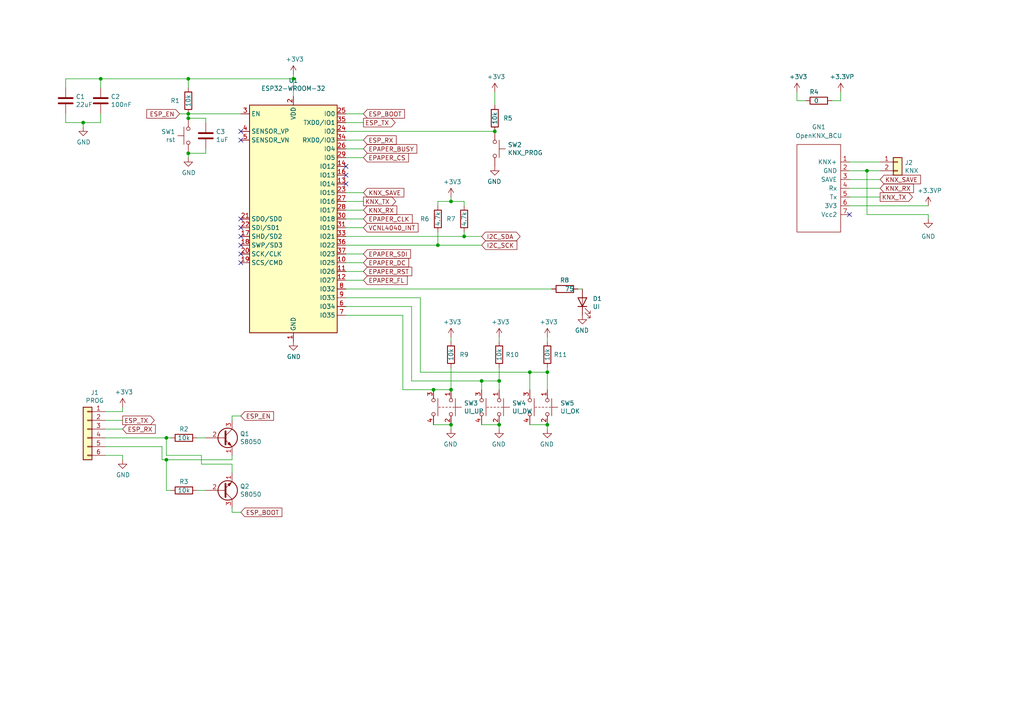
<source format=kicad_sch>
(kicad_sch (version 20230121) (generator eeschema)
  (paper "A4")
  (title_block (title "knxRoomUnit") (date "2023-08-22") (rev "r1d0"))
  (lib_symbols
    (symbol "Connector_Generic:Conn_01x02" (pin_names (offset 1.016) hide)
      (property "Reference" "J" (at 0 2.54 0))
      (property "Value" "Conn_01x02" (at 0 -5.08 0))
      (symbol "Conn_01x02_1_1"
        (rectangle (start -1.27 -2.413) (end 0 -2.667) (stroke (width 0.1524)))
        (rectangle (start -1.27 0.127) (end 0 -0.127) (stroke (width 0.1524)))
        (rectangle (start -1.27 1.27) (end 1.27 -3.81) (stroke (width 0.254)) (fill (type background)))
        (pin passive line (at -5.08 0 0) (length 3.81) (name "Pin_1") (number "1"))
        (pin passive line (at -5.08 -2.54 0) (length 3.81) (name "Pin_2") (number "2"))
      )
    )
    (symbol "Connector_Generic:Conn_01x06" (pin_names (offset 1.016) hide)
      (property "Reference" "J" (at 0 7.62 0))
      (property "Value" "Conn_01x06" (at 0 -10.16 0))
      (symbol "Conn_01x06_1_1"
        (rectangle (start -1.27 -7.493) (end 0 -7.747) (stroke (width 0.1524)))
        (rectangle (start -1.27 -4.953) (end 0 -5.207) (stroke (width 0.1524)))
        (rectangle (start -1.27 -2.413) (end 0 -2.667) (stroke (width 0.1524)))
        (rectangle (start -1.27 0.127) (end 0 -0.127) (stroke (width 0.1524)))
        (rectangle (start -1.27 2.667) (end 0 2.413) (stroke (width 0.1524)))
        (rectangle (start -1.27 5.207) (end 0 4.953) (stroke (width 0.1524)))
        (rectangle (start -1.27 6.35) (end 1.27 -8.89) (stroke (width 0.254)) (fill (type background)))
        (pin passive line (at -5.08 5.08 0) (length 3.81) (name "Pin_1") (number "1"))
        (pin passive line (at -5.08 2.54 0) (length 3.81) (name "Pin_2") (number "2"))
        (pin passive line (at -5.08 0 0) (length 3.81) (name "Pin_3") (number "3"))
        (pin passive line (at -5.08 -2.54 0) (length 3.81) (name "Pin_4") (number "4"))
        (pin passive line (at -5.08 -5.08 0) (length 3.81) (name "Pin_5") (number "5"))
        (pin passive line (at -5.08 -7.62 0) (length 3.81) (name "Pin_6") (number "6"))
      )
    )
    (symbol "Device:C" (pin_numbers hide) (pin_names (offset 0.254))
      (property "Reference" "C" (at 0.635 2.54 0))
      (property "Value" "C" (at 0.635 -2.54 0))
      (symbol "C_0_1"
        (polyline (pts (xy -2.032 -0.762) (xy 2.032 -0.762)) (stroke (width 0.508)))
        (polyline (pts (xy -2.032 0.762) (xy 2.032 0.762)) (stroke (width 0.508)))
      )
      (symbol "C_1_1"
        (pin passive line (at 0 3.81 270) (length 2.794) (name "~") (number "1"))
        (pin passive line (at 0 -3.81 90) (length 2.794) (name "~") (number "2"))
      )
    )
    (symbol "Device:LED" (pin_numbers hide) (pin_names (offset 1.016) hide)
      (property "Reference" "D" (at 0 2.54 0))
      (property "Value" "LED" (at 0 -2.54 0))
      (symbol "LED_0_1"
        (polyline (pts (xy -1.27 -1.27) (xy -1.27 1.27)) (stroke (width 0.254)))
        (polyline (pts (xy -1.27 0) (xy 1.27 0)))
        (polyline (pts (xy 1.27 -1.27) (xy 1.27 1.27) (xy -1.27 0) (xy 1.27 -1.27)) (stroke (width 0.254)))
        (polyline (pts (xy -3.048 -0.762) (xy -4.572 -2.286) (xy -3.81 -2.286) (xy -4.572 -2.286) (xy -4.572 -1.524)))
        (polyline (pts (xy -1.778 -0.762) (xy -3.302 -2.286) (xy -2.54 -2.286) (xy -3.302 -2.286) (xy -3.302 -1.524)))
      )
      (symbol "LED_1_1"
        (pin passive line (at -3.81 0 0) (length 2.54) (name "K") (number "1"))
        (pin passive line (at 3.81 0 180) (length 2.54) (name "A") (number "2"))
      )
    )
    (symbol "Device:R" (pin_numbers hide) (pin_names (offset 0))
      (property "Reference" "R" (at 2.032 0 90))
      (property "Value" "R" (at 0 0 90))
      (symbol "R_0_1"
        (rectangle (start -1.016 -2.54) (end 1.016 2.54) (stroke (width 0.254)))
      )
      (symbol "R_1_1"
        (pin passive line (at 0 3.81 270) (length 1.27) (name "~") (number "1"))
        (pin passive line (at 0 -3.81 90) (length 1.27) (name "~") (number "2"))
      )
    )
    (symbol "OpenKNX:OpenKNX_BCU" (pin_names (offset 1.016))
      (property "Reference" "GN" (at -5.08 13.97 0))
      (property "Value" "OpenKNX_BCU" (at -3.175 0 90))
      (symbol "OpenKNX_BCU_0_1"
        (rectangle (start 6.35 12.7) (end -6.35 -12.7))
      )
      (symbol "OpenKNX_BCU_1_1"
        (pin bidirectional line (at 8.89 7.62 180) (length 2.54) (name "KNX+") (number "1"))
        (pin bidirectional line (at 8.89 5.08 180) (length 2.54) (name "GND") (number "2"))
        (pin output line (at 8.89 2.54 180) (length 2.54) (name "SAVE") (number "3"))
        (pin input line (at 8.89 0 180) (length 2.54) (name "Rx") (number "4"))
        (pin output line (at 8.89 -2.54 180) (length 2.54) (name "Tx") (number "5"))
        (pin power_out line (at 8.89 -5.08 180) (length 2.54) (name "3V3") (number "6"))
        (pin power_out line (at 8.89 -7.62 180) (length 2.54) (name "Vcc2") (number "7"))
      )
    )
    (symbol "RF_Module:ESP32-WROOM-32"
      (property "Reference" "U" (at -12.7 34.29 0))
      (property "Value" "ESP32-WROOM-32" (at 1.27 34.29 0))
      (symbol "ESP32-WROOM-32_0_1"
        (rectangle (start -12.7 33.02) (end 12.7 -33.02) (stroke (width 0.254)) (fill (type background)))
      )
      (symbol "ESP32-WROOM-32_1_1"
        (pin power_in line (at 0 -35.56 90) (length 2.54) (name "GND") (number "1"))
        (pin bidirectional line (at 15.24 -12.7 180) (length 2.54) (name "IO25") (number "10"))
        (pin bidirectional line (at 15.24 -15.24 180) (length 2.54) (name "IO26") (number "11"))
        (pin bidirectional line (at 15.24 -17.78 180) (length 2.54) (name "IO27") (number "12"))
        (pin bidirectional line (at 15.24 10.16 180) (length 2.54) (name "IO14") (number "13"))
        (pin bidirectional line (at 15.24 15.24 180) (length 2.54) (name "IO12") (number "14"))
        (pin passive line (at 0 -35.56 90) (length 2.54) hide (name "GND") (number "15"))
        (pin bidirectional line (at 15.24 12.7 180) (length 2.54) (name "IO13") (number "16"))
        (pin bidirectional line (at -15.24 -5.08 0) (length 2.54) (name "SHD/SD2") (number "17"))
        (pin bidirectional line (at -15.24 -7.62 0) (length 2.54) (name "SWP/SD3") (number "18"))
        (pin bidirectional line (at -15.24 -12.7 0) (length 2.54) (name "SCS/CMD") (number "19"))
        (pin power_in line (at 0 35.56 270) (length 2.54) (name "VDD") (number "2"))
        (pin bidirectional line (at -15.24 -10.16 0) (length 2.54) (name "SCK/CLK") (number "20"))
        (pin bidirectional line (at -15.24 0 0) (length 2.54) (name "SDO/SD0") (number "21"))
        (pin bidirectional line (at -15.24 -2.54 0) (length 2.54) (name "SDI/SD1") (number "22"))
        (pin bidirectional line (at 15.24 7.62 180) (length 2.54) (name "IO15") (number "23"))
        (pin bidirectional line (at 15.24 25.4 180) (length 2.54) (name "IO2") (number "24"))
        (pin bidirectional line (at 15.24 30.48 180) (length 2.54) (name "IO0") (number "25"))
        (pin bidirectional line (at 15.24 20.32 180) (length 2.54) (name "IO4") (number "26"))
        (pin bidirectional line (at 15.24 5.08 180) (length 2.54) (name "IO16") (number "27"))
        (pin bidirectional line (at 15.24 2.54 180) (length 2.54) (name "IO17") (number "28"))
        (pin bidirectional line (at 15.24 17.78 180) (length 2.54) (name "IO5") (number "29"))
        (pin input line (at -15.24 30.48 0) (length 2.54) (name "EN") (number "3"))
        (pin bidirectional line (at 15.24 0 180) (length 2.54) (name "IO18") (number "30"))
        (pin bidirectional line (at 15.24 -2.54 180) (length 2.54) (name "IO19") (number "31"))
        (pin no_connect line (at -12.7 -27.94 0) (length 2.54) hide (name "NC") (number "32"))
        (pin bidirectional line (at 15.24 -5.08 180) (length 2.54) (name "IO21") (number "33"))
        (pin bidirectional line (at 15.24 22.86 180) (length 2.54) (name "RXD0/IO3") (number "34"))
        (pin bidirectional line (at 15.24 27.94 180) (length 2.54) (name "TXD0/IO1") (number "35"))
        (pin bidirectional line (at 15.24 -7.62 180) (length 2.54) (name "IO22") (number "36"))
        (pin bidirectional line (at 15.24 -10.16 180) (length 2.54) (name "IO23") (number "37"))
        (pin passive line (at 0 -35.56 90) (length 2.54) hide (name "GND") (number "38"))
        (pin passive line (at 0 -35.56 90) (length 2.54) hide (name "GND") (number "39"))
        (pin input line (at -15.24 25.4 0) (length 2.54) (name "SENSOR_VP") (number "4"))
        (pin input line (at -15.24 22.86 0) (length 2.54) (name "SENSOR_VN") (number "5"))
        (pin input line (at 15.24 -25.4 180) (length 2.54) (name "IO34") (number "6"))
        (pin input line (at 15.24 -27.94 180) (length 2.54) (name "IO35") (number "7"))
        (pin bidirectional line (at 15.24 -20.32 180) (length 2.54) (name "IO32") (number "8"))
        (pin bidirectional line (at 15.24 -22.86 180) (length 2.54) (name "IO33") (number "9"))
      )
    )
    (symbol "Switch:SW_Push" (pin_numbers hide) (pin_names (offset 1.016) hide)
      (property "Reference" "SW" (at 1.27 2.54 0))
      (property "Value" "SW_Push" (at 0 -1.524 0))
      (symbol "SW_Push_0_1"
        (circle (center -2.032 0) (radius 0.508))
        (polyline (pts (xy 0 1.27) (xy 0 3.048)))
        (polyline (pts (xy 2.54 1.27) (xy -2.54 1.27)))
        (circle (center 2.032 0) (radius 0.508))
        (pin passive line (at -5.08 0 0) (length 2.54) (name "1") (number "1"))
        (pin passive line (at 5.08 0 180) (length 2.54) (name "2") (number "2"))
      )
    )
    (symbol "Switch:SW_Push_Dual" (pin_names (offset 1.016) hide)
      (property "Reference" "SW" (at 1.27 2.54 0))
      (property "Value" "SW_Push_Dual" (at 0 -6.858 0))
      (symbol "SW_Push_Dual_0_1"
        (circle (center -2.032 -5.08) (radius 0.508))
        (circle (center -2.032 0) (radius 0.508))
        (polyline (pts (xy 0 -3.048) (xy 0 -3.556)))
        (polyline (pts (xy 0 -2.032) (xy 0 -2.54)))
        (polyline (pts (xy 0 -1.524) (xy 0 -1.016)))
        (polyline (pts (xy 0 -0.508) (xy 0 0)))
        (polyline (pts (xy 0 0.508) (xy 0 1.016)))
        (polyline (pts (xy 0 1.27) (xy 0 3.048)))
        (polyline (pts (xy 2.54 -3.81) (xy -2.54 -3.81)))
        (polyline (pts (xy 2.54 1.27) (xy -2.54 1.27)))
        (circle (center 2.032 -5.08) (radius 0.508))
        (circle (center 2.032 0) (radius 0.508))
        (pin passive line (at -5.08 0 0) (length 2.54) (name "1") (number "1"))
        (pin passive line (at 5.08 0 180) (length 2.54) (name "2") (number "2"))
        (pin passive line (at -5.08 -5.08 0) (length 2.54) (name "3") (number "3"))
        (pin passive line (at 5.08 -5.08 180) (length 2.54) (name "4") (number "4"))
      )
    )
    (symbol "Transistor_BJT:S8050" (pin_names (offset 0) hide)
      (property "Reference" "Q" (at 5.08 1.905 0))
      (property "Value" "S8050" (at 5.08 0 0))
      (symbol "S8050_0_1"
        (polyline (pts (xy 0 0) (xy 0.635 0)))
        (polyline (pts (xy 0.635 0.635) (xy 2.54 2.54)))
        (polyline (pts (xy 0.635 -0.635) (xy 2.54 -2.54) (xy 2.54 -2.54)))
        (polyline (pts (xy 0.635 1.905) (xy 0.635 -1.905) (xy 0.635 -1.905)) (stroke (width 0.508)))
        (polyline (pts (xy 1.27 -1.778) (xy 1.778 -1.27) (xy 2.286 -2.286) (xy 1.27 -1.778) (xy 1.27 -1.778)) (fill (type outline)))
        (circle (center 1.27 0) (radius 2.8194) (stroke (width 0.254)))
      )
      (symbol "S8050_1_1"
        (pin passive line (at 2.54 -5.08 90) (length 2.54) (name "E") (number "1"))
        (pin input line (at -5.08 0 0) (length 5.08) (name "B") (number "2"))
        (pin passive line (at 2.54 5.08 270) (length 2.54) (name "C") (number "3"))
      )
    )
    (symbol "power:+3.3V" (power) (pin_names (offset 0))
      (property "Value" "+3.3V" (at 0 3.556 0))
      (symbol "+3.3V_0_1"
        (polyline (pts (xy -0.762 1.27) (xy 0 2.54)))
        (polyline (pts (xy 0 0) (xy 0 2.54)))
        (polyline (pts (xy 0 2.54) (xy 0.762 1.27)))
      )
      (symbol "+3.3V_1_1"
        (pin power_in line (at 0 0 90) (length 0) hide (name "+3V3") (number "1"))
      )
    )
    (symbol "power:+3.3VP" (power) (pin_names (offset 0))
      (property "Value" "+3.3VP" (at 0 2.54 0))
      (symbol "+3.3VP_0_0"
        (pin power_in line (at 0 0 90) (length 0) hide (name "+3.3VP") (number "1"))
      )
      (symbol "+3.3VP_0_1"
        (polyline (pts (xy -0.762 1.27) (xy 0 2.54)))
        (polyline (pts (xy 0 0) (xy 0 2.54)))
        (polyline (pts (xy 0 2.54) (xy 0.762 1.27)))
      )
    )
    (symbol "power:+3V3" (power) (pin_names (offset 0))
      (property "Value" "+3V3" (at 0 3.556 0))
      (symbol "+3V3_0_1"
        (polyline (pts (xy -0.762 1.27) (xy 0 2.54)))
        (polyline (pts (xy 0 0) (xy 0 2.54)))
        (polyline (pts (xy 0 2.54) (xy 0.762 1.27)))
      )
      (symbol "+3V3_1_1"
        (pin power_in line (at 0 0 90) (length 0) hide (name "+3V3") (number "1"))
      )
    )
    (symbol "power:GND" (power) (pin_names (offset 0))
      (property "Value" "GND" (at 0 -3.81 0))
      (symbol "GND_0_1"
        (polyline (pts (xy 0 0) (xy 0 -1.27) (xy 1.27 -1.27) (xy 0 -2.54) (xy -1.27 -1.27) (xy 0 -1.27)))
      )
      (symbol "GND_1_1"
        (pin power_in line (at 0 0 270) (length 0) hide (name "GND") (number "1"))
      )
    )
  )
  (junction (at 54.61 34.29))
  (junction (at 48.26 127))
  (junction (at 125.73 113.03))
  (junction (at 54.61 22.86))
  (junction (at 54.61 33.02))
  (junction (at 158.75 107.95))
  (junction (at 139.7 110.49))
  (junction (at 130.81 113.03))
  (junction (at 127 71.12))
  (junction (at 130.81 58.42))
  (junction (at 143.51 38.1))
  (junction (at 48.26 133.35))
  (junction (at 144.78 110.49))
  (junction (at 158.75 123.19))
  (junction (at 134.62 68.58))
  (junction (at 251.46 49.53))
  (junction (at 29.21 22.86))
  (junction (at 85.09 22.86))
  (junction (at 54.61 44.45))
  (junction (at 24.13 35.56))
  (junction (at 130.81 123.19))
  (junction (at 144.78 123.19))
  (junction (at 153.67 107.95))
  (no_connect (at 69.85 66.04))
  (no_connect (at 69.85 38.1))
  (no_connect (at 69.85 73.66))
  (no_connect (at 100.33 48.26))
  (no_connect (at 69.85 71.12))
  (no_connect (at 100.33 53.34))
  (no_connect (at 246.38 62.23))
  (no_connect (at 100.33 50.8))
  (no_connect (at 69.85 68.58))
  (no_connect (at 69.85 76.2))
  (no_connect (at 69.85 40.64))
  (no_connect (at 69.85 63.5))
  (wire (pts (xy 121.92 86.36) (xy 121.92 107.95)))
  (wire (pts (xy 100.33 45.72) (xy 105.41 45.72)))
  (wire (pts (xy 54.61 45.72) (xy 54.61 44.45)))
  (wire (pts (xy 139.7 113.03) (xy 139.7 110.49)))
  (wire (pts (xy 19.05 25.4) (xy 19.05 22.86)))
  (wire (pts (xy 35.56 132.08) (xy 35.56 133.35)))
  (wire (pts (xy 100.33 38.1) (xy 143.51 38.1)))
  (wire (pts (xy 59.69 44.45) (xy 54.61 44.45)))
  (wire (pts (xy 30.48 124.46) (xy 35.56 124.46)))
  (wire (pts (xy 54.61 25.4) (xy 54.61 22.86)))
  (wire (pts (xy 48.26 127) (xy 49.53 127)))
  (wire (pts (xy 105.41 60.96) (xy 100.33 60.96)))
  (wire (pts (xy 134.62 67.31) (xy 134.62 68.58)))
  (wire (pts (xy 30.48 132.08) (xy 35.56 132.08)))
  (wire (pts (xy 251.46 62.23) (xy 269.24 62.23)))
  (wire (pts (xy 134.62 59.69) (xy 134.62 58.42)))
  (wire (pts (xy 116.84 113.03) (xy 125.73 113.03)))
  (wire (pts (xy 59.69 127) (xy 57.15 127)))
  (wire (pts (xy 19.05 33.02) (xy 19.05 35.56)))
  (wire (pts (xy 67.31 133.35) (xy 67.31 132.08)))
  (wire (pts (xy 130.81 124.46) (xy 130.81 123.19)))
  (wire (pts (xy 48.26 133.35) (xy 48.26 142.24)))
  (wire (pts (xy 46.99 129.54) (xy 46.99 133.35)))
  (wire (pts (xy 29.21 35.56) (xy 29.21 33.02)))
  (wire (pts (xy 121.92 86.36) (xy 100.33 86.36)))
  (wire (pts (xy 125.73 123.19) (xy 130.81 123.19)))
  (wire (pts (xy 243.84 26.67) (xy 243.84 29.21)))
  (wire (pts (xy 59.69 34.29) (xy 54.61 34.29)))
  (wire (pts (xy 246.38 59.69) (xy 269.24 59.69)))
  (wire (pts (xy 24.13 36.83) (xy 24.13 35.56)))
  (wire (pts (xy 67.31 134.62) (xy 58.42 134.62)))
  (wire (pts (xy 143.51 26.67) (xy 143.51 30.48)))
  (wire (pts (xy 100.33 35.56) (xy 105.41 35.56)))
  (wire (pts (xy 105.41 76.2) (xy 100.33 76.2)))
  (wire (pts (xy 49.53 142.24) (xy 48.26 142.24)))
  (wire (pts (xy 67.31 120.65) (xy 67.31 121.92)))
  (wire (pts (xy 19.05 35.56) (xy 24.13 35.56)))
  (wire (pts (xy 105.41 40.64) (xy 100.33 40.64)))
  (wire (pts (xy 100.33 55.88) (xy 105.41 55.88)))
  (wire (pts (xy 127 58.42) (xy 127 59.69)))
  (wire (pts (xy 48.26 133.35) (xy 67.31 133.35)))
  (wire (pts (xy 144.78 110.49) (xy 144.78 106.68)))
  (wire (pts (xy 85.09 21.59) (xy 85.09 22.86)))
  (wire (pts (xy 46.99 133.35) (xy 48.26 133.35)))
  (wire (pts (xy 251.46 49.53) (xy 251.46 62.23)))
  (wire (pts (xy 246.38 52.07) (xy 255.27 52.07)))
  (wire (pts (xy 153.67 123.19) (xy 158.75 123.19)))
  (wire (pts (xy 144.78 113.03) (xy 144.78 110.49)))
  (wire (pts (xy 105.41 33.02) (xy 100.33 33.02)))
  (wire (pts (xy 246.38 49.53) (xy 251.46 49.53)))
  (wire (pts (xy 130.81 99.06) (xy 130.81 97.79)))
  (wire (pts (xy 125.73 113.03) (xy 130.81 113.03)))
  (wire (pts (xy 24.13 35.56) (xy 29.21 35.56)))
  (wire (pts (xy 269.24 62.23) (xy 269.24 63.5)))
  (wire (pts (xy 246.38 46.99) (xy 255.27 46.99)))
  (wire (pts (xy 67.31 137.16) (xy 67.31 134.62)))
  (wire (pts (xy 233.68 29.21) (xy 231.14 29.21)))
  (wire (pts (xy 59.69 43.18) (xy 59.69 44.45)))
  (wire (pts (xy 119.38 110.49) (xy 139.7 110.49)))
  (wire (pts (xy 30.48 119.38) (xy 35.56 119.38)))
  (wire (pts (xy 100.33 68.58) (xy 134.62 68.58)))
  (wire (pts (xy 158.75 124.46) (xy 158.75 123.19)))
  (wire (pts (xy 100.33 58.42) (xy 105.41 58.42)))
  (wire (pts (xy 30.48 129.54) (xy 46.99 129.54)))
  (wire (pts (xy 105.41 43.18) (xy 100.33 43.18)))
  (wire (pts (xy 144.78 99.06) (xy 144.78 97.79)))
  (wire (pts (xy 85.09 22.86) (xy 85.09 27.94)))
  (wire (pts (xy 130.81 58.42) (xy 134.62 58.42)))
  (wire (pts (xy 100.33 91.44) (xy 116.84 91.44)))
  (wire (pts (xy 158.75 107.95) (xy 158.75 106.68)))
  (wire (pts (xy 29.21 22.86) (xy 29.21 25.4)))
  (wire (pts (xy 100.33 88.9) (xy 119.38 88.9)))
  (wire (pts (xy 231.14 29.21) (xy 231.14 26.67)))
  (wire (pts (xy 54.61 22.86) (xy 85.09 22.86)))
  (wire (pts (xy 58.42 132.08) (xy 48.26 132.08)))
  (wire (pts (xy 59.69 35.56) (xy 59.69 34.29)))
  (wire (pts (xy 243.84 29.21) (xy 241.3 29.21)))
  (wire (pts (xy 105.41 78.74) (xy 100.33 78.74)))
  (wire (pts (xy 119.38 88.9) (xy 119.38 110.49)))
  (wire (pts (xy 153.67 113.03) (xy 153.67 107.95)))
  (wire (pts (xy 153.67 107.95) (xy 158.75 107.95)))
  (wire (pts (xy 246.38 57.15) (xy 255.27 57.15)))
  (wire (pts (xy 100.33 73.66) (xy 105.41 73.66)))
  (wire (pts (xy 134.62 68.58) (xy 139.7 68.58)))
  (wire (pts (xy 116.84 91.44) (xy 116.84 113.03)))
  (wire (pts (xy 19.05 22.86) (xy 29.21 22.86)))
  (wire (pts (xy 100.33 71.12) (xy 127 71.12)))
  (wire (pts (xy 127 67.31) (xy 127 71.12)))
  (wire (pts (xy 168.91 83.82) (xy 167.64 83.82)))
  (wire (pts (xy 58.42 134.62) (xy 58.42 132.08)))
  (wire (pts (xy 246.38 54.61) (xy 255.27 54.61)))
  (wire (pts (xy 67.31 147.32) (xy 67.31 148.59)))
  (wire (pts (xy 121.92 107.95) (xy 153.67 107.95)))
  (wire (pts (xy 158.75 113.03) (xy 158.75 107.95)))
  (wire (pts (xy 35.56 119.38) (xy 35.56 118.11)))
  (wire (pts (xy 48.26 132.08) (xy 48.26 127)))
  (wire (pts (xy 100.33 83.82) (xy 160.02 83.82)))
  (wire (pts (xy 29.21 22.86) (xy 54.61 22.86)))
  (wire (pts (xy 100.33 66.04) (xy 105.41 66.04)))
  (wire (pts (xy 35.56 121.92) (xy 30.48 121.92)))
  (wire (pts (xy 54.61 34.29) (xy 54.61 33.02)))
  (wire (pts (xy 139.7 110.49) (xy 144.78 110.49)))
  (wire (pts (xy 30.48 127) (xy 48.26 127)))
  (wire (pts (xy 52.07 33.02) (xy 54.61 33.02)))
  (wire (pts (xy 105.41 63.5) (xy 100.33 63.5)))
  (wire (pts (xy 69.85 120.65) (xy 67.31 120.65)))
  (wire (pts (xy 57.15 142.24) (xy 59.69 142.24)))
  (wire (pts (xy 54.61 33.02) (xy 69.85 33.02)))
  (wire (pts (xy 251.46 49.53) (xy 255.27 49.53)))
  (wire (pts (xy 139.7 123.19) (xy 144.78 123.19)))
  (wire (pts (xy 144.78 124.46) (xy 144.78 123.19)))
  (wire (pts (xy 67.31 148.59) (xy 69.85 148.59)))
  (wire (pts (xy 158.75 99.06) (xy 158.75 97.79)))
  (wire (pts (xy 100.33 81.28) (xy 105.41 81.28)))
  (wire (pts (xy 127 71.12) (xy 139.7 71.12)))
  (wire (pts (xy 130.81 58.42) (xy 127 58.42)))
  (wire (pts (xy 130.81 113.03) (xy 130.81 106.68)))
  (wire (pts (xy 130.81 57.15) (xy 130.81 58.42)))
  (global_label "VCNL4040_INT" (shape input) (at 105.41 66.04 0) (property "Intersheetrefs" "${INTERSHEET_REFS}" (effects hide)))
  (global_label "EPAPER_CLK" (shape input) (at 105.41 63.5 0) (property "Intersheetrefs" "${INTERSHEET_REFS}" (effects hide)))
  (global_label "KNX_RX" (shape input) (at 105.41 60.96 0) (property "Intersheetrefs" "${INTERSHEET_REFS}" (effects hide)))
  (global_label "KNX_SAVE" (shape input) (at 255.27 52.07 0) (property "Intersheetrefs" "${INTERSHEET_REFS}" (effects hide)))
  (global_label "ESP_RX" (shape input) (at 105.41 40.64 0) (property "Intersheetrefs" "${INTERSHEET_REFS}" (effects hide)))
  (global_label "KNX_SAVE" (shape input) (at 105.41 55.88 0) (property "Intersheetrefs" "${INTERSHEET_REFS}" (effects hide)))
  (global_label "EPAPER_FL" (shape input) (at 105.41 81.28 0) (property "Intersheetrefs" "${INTERSHEET_REFS}" (effects hide)))
  (global_label "KNX_RX" (shape input) (at 255.27 54.61 0) (property "Intersheetrefs" "${INTERSHEET_REFS}" (effects hide)))
  (global_label "ESP_RX" (shape input) (at 35.56 124.46 0) (property "Intersheetrefs" "${INTERSHEET_REFS}" (effects hide)))
  (global_label "EPAPER_CS" (shape input) (at 105.41 45.72 0) (property "Intersheetrefs" "${INTERSHEET_REFS}" (effects hide)))
  (global_label "EPAPER_DC" (shape input) (at 105.41 76.2 0) (property "Intersheetrefs" "${INTERSHEET_REFS}" (effects hide)))
  (global_label "ESP_EN" (shape input) (at 52.07 33.02 180) (property "Intersheetrefs" "${INTERSHEET_REFS}" (effects hide)))
  (global_label "I2C_SCK" (shape input) (at 139.7 71.12 0) (property "Intersheetrefs" "${INTERSHEET_REFS}" (effects hide)))
  (global_label "EPAPER_SDI" (shape input) (at 105.41 73.66 0) (property "Intersheetrefs" "${INTERSHEET_REFS}" (effects hide)))
  (global_label "EPAPER_RST" (shape input) (at 105.41 78.74 0) (property "Intersheetrefs" "${INTERSHEET_REFS}" (effects hide)))
  (global_label "KNX_TX" (shape output) (at 105.41 58.42 0) (property "Intersheetrefs" "${INTERSHEET_REFS}" (effects hide)))
  (global_label "EPAPER_BUSY" (shape input) (at 105.41 43.18 0) (property "Intersheetrefs" "${INTERSHEET_REFS}" (effects hide)))
  (global_label "ESP_EN" (shape input) (at 69.85 120.65 0) (property "Intersheetrefs" "${INTERSHEET_REFS}" (effects hide)))
  (global_label "ESP_TX" (shape output) (at 105.41 35.56 0) (property "Intersheetrefs" "${INTERSHEET_REFS}" (effects hide)))
  (global_label "KNX_TX" (shape output) (at 255.27 57.15 0) (property "Intersheetrefs" "${INTERSHEET_REFS}" (effects hide)))
  (global_label "ESP_TX" (shape output) (at 35.56 121.92 0) (property "Intersheetrefs" "${INTERSHEET_REFS}" (effects hide)))
  (global_label "ESP_BOOT" (shape input) (at 69.85 148.59 0) (property "Intersheetrefs" "${INTERSHEET_REFS}" (effects hide)))
  (global_label "ESP_BOOT" (shape input) (at 105.41 33.02 0) (property "Intersheetrefs" "${INTERSHEET_REFS}" (effects hide)))
  (global_label "I2C_SDA" (shape bidirectional) (at 139.7 68.58 0) (property "Intersheetrefs" "${INTERSHEET_REFS}" (effects hide)))
  (symbol (lib_id "power:+3V3") (at 130.81 97.79 0) (unit 1)
    (property "Reference" "#PWR037" (effects hide))
    (property "Value" "+3V3" (at 131.191 93.3958 0))
  )
  (symbol (lib_id "power:GND") (at 130.81 124.46 0) (mirror y) (unit 1)
    (property "Reference" "#PWR038" (effects hide))
    (property "Value" "GND" (at 130.683 128.8542 0))
  )
  (symbol (lib_id "Switch:SW_Push_Dual") (at 130.81 118.11 270) (unit 1)
    (property "Reference" "SW3" (at 134.5692 116.9416 90) (effects (justify left)))
    (property "Value" "UI_UP" (at 134.5692 119.253 90) (effects (justify left)))
    (property "Datasheet" "https://www.we-online.com/catalog/datasheet/431151008826.pdf" (effects hide))
    (property "Manufacturer" "Wurth Elektronik" (effects hide))
    (property "PartNumber" "431151008826" (effects hide))
  )
  (symbol (lib_id "Device:R") (at 130.81 102.87 0) (mirror y) (unit 1)
    (property "Reference" "R9" (at 134.62 102.87 0))
    (property "Value" "10k" (at 130.81 102.87 90))
    (property "Footprint" "Resistor_SMD:R_0603_1608Metric" (effects hide))
    (property "Datasheet" "https://datasheet.lcsc.com/lcsc/1809301717_UNI-ROYAL-Uniroyal-Elec-0402WGF1002TCE_C25744.pdf" (effects hide))
    (property "LCSC Part #" "C25744" (effects hide))
    (property "Manufacturer" "Uniroyal Elec" (effects hide))
    (property "PartNumber" "0402WGF1002TCE" (effects hide))
  )
  (symbol (lib_id "power:+3V3") (at 144.78 97.79 0) (unit 1)
    (property "Reference" "#PWR042" (effects hide))
    (property "Value" "+3V3" (at 145.161 93.3958 0))
  )
  (symbol (lib_id "power:GND") (at 144.78 124.46 0) (mirror y) (unit 1)
    (property "Reference" "#PWR043" (effects hide))
    (property "Value" "GND" (at 144.653 128.8542 0))
  )
  (symbol (lib_id "Switch:SW_Push_Dual") (at 144.78 118.11 270) (unit 1)
    (property "Reference" "SW4" (at 148.5392 116.9416 90) (effects (justify left)))
    (property "Value" "UI_DW" (at 148.5392 119.253 90) (effects (justify left)))
    (property "Datasheet" "https://www.we-online.com/catalog/datasheet/431151008826.pdf" (effects hide))
    (property "Manufacturer" "Wurth Elektronik" (effects hide))
    (property "PartNumber" "431151008826" (effects hide))
  )
  (symbol (lib_id "Device:R") (at 144.78 102.87 0) (mirror y) (unit 1)
    (property "Reference" "R10" (at 148.59 102.87 0))
    (property "Value" "10k" (at 144.78 102.87 90))
    (property "Footprint" "Resistor_SMD:R_0603_1608Metric" (effects hide))
    (property "Datasheet" "https://datasheet.lcsc.com/lcsc/1809301717_UNI-ROYAL-Uniroyal-Elec-0402WGF1002TCE_C25744.pdf" (effects hide))
    (property "LCSC Part #" "C25744" (effects hide))
    (property "Manufacturer" "Uniroyal Elec" (effects hide))
    (property "PartNumber" "0402WGF1002TCE" (effects hide))
  )
  (symbol (lib_id "power:+3V3") (at 158.75 97.79 0) (unit 1)
    (property "Reference" "#PWR044" (effects hide))
    (property "Value" "+3V3" (at 159.131 93.3958 0))
  )
  (symbol (lib_id "power:GND") (at 158.75 124.46 0) (mirror y) (unit 1)
    (property "Reference" "#PWR045" (effects hide))
    (property "Value" "GND" (at 158.623 128.8542 0))
  )
  (symbol (lib_id "Switch:SW_Push_Dual") (at 158.75 118.11 270) (unit 1)
    (property "Reference" "SW5" (at 162.5092 116.9416 90) (effects (justify left)))
    (property "Value" "UI_OK" (at 162.5092 119.253 90) (effects (justify left)))
    (property "Datasheet" "https://www.we-online.com/catalog/datasheet/431151008826.pdf" (effects hide))
    (property "Manufacturer" "Wurth Elektronik" (effects hide))
    (property "PartNumber" "431151008826" (effects hide))
  )
  (symbol (lib_id "Device:R") (at 158.75 102.87 0) (mirror y) (unit 1)
    (property "Reference" "R11" (at 162.56 102.87 0))
    (property "Value" "10k" (at 158.75 102.87 90))
    (property "Footprint" "Resistor_SMD:R_0603_1608Metric" (effects hide))
    (property "Datasheet" "https://datasheet.lcsc.com/lcsc/1809301717_UNI-ROYAL-Uniroyal-Elec-0402WGF1002TCE_C25744.pdf" (effects hide))
    (property "LCSC Part #" "C25744" (effects hide))
    (property "Manufacturer" "Uniroyal Elec" (effects hide))
    (property "PartNumber" "0402WGF1002TCE" (effects hide))
  )
  (symbol (lib_id "Device:C") (at 19.05 29.21 0) (unit 1)
    (property "Reference" "C1" (at 21.971 28.0416 0) (effects (justify left)))
    (property "Value" "22uF" (at 21.971 30.353 0) (effects (justify left)))
    (property "Footprint" "Capacitor_SMD:C_0603_1608Metric" (effects hide))
    (property "Datasheet" "https://datasheet.lcsc.com/lcsc/1811151138_Samsung-Electro-Mechanics-CL10A226MQ8NRNC_C59461.pdf" (effects hide))
    (property "LCSC Part #" "C59461" (effects hide))
    (property "Manufacturer" "Samsung Electro-Mechanics" (effects hide))
    (property "PartNumber" "CL10A226MQ8NRNC" (effects hide))
    (property "Voltage" "6.3V" (effects hide))
  )
  (symbol (lib_id "Device:C") (at 29.21 29.21 0) (unit 1)
    (property "Reference" "C2" (at 32.131 28.0416 0) (effects (justify left)))
    (property "Value" "100nF" (at 32.131 30.353 0) (effects (justify left)))
    (property "Footprint" "Capacitor_SMD:C_0603_1608Metric" (effects hide))
    (property "Datasheet" "https://datasheet.lcsc.com/lcsc/1809301912_YAGEO-CC0603KRX7R9BB104_C14663.pdf" (effects hide))
    (property "LCSC Part #" "C14663" (effects hide))
    (property "Manufacturer" "YAGEO" (effects hide))
    (property "PartNumber" "CC0603KRX7R9BB104" (effects hide))
    (property "Voltage" "50V" (effects hide))
  )
  (symbol (lib_id "power:GND") (at 24.13 36.83 0) (unit 1)
    (property "Reference" "#PWR033" (effects hide))
    (property "Value" "GND" (at 24.257 41.2242 0))
  )
  (symbol (lib_id "power:GND") (at 85.09 99.06 0) (unit 1)
    (property "Reference" "#PWR036" (effects hide))
    (property "Value" "GND" (at 85.217 103.4542 0))
  )
  (symbol (lib_id "Device:R") (at 53.34 127 270) (unit 1)
    (property "Reference" "R2" (at 53.34 124.46 90))
    (property "Value" "10k" (at 53.34 127 90))
    (property "Footprint" "Resistor_SMD:R_0603_1608Metric" (effects hide))
    (property "Datasheet" "https://datasheet.lcsc.com/lcsc/1809301717_UNI-ROYAL-Uniroyal-Elec-0402WGF1002TCE_C25744.pdf" (effects hide))
    (property "LCSC Part #" "C25744" (effects hide))
    (property "Manufacturer" "Uniroyal Elec" (effects hide))
    (property "PartNumber" "0402WGF1002TCE" (effects hide))
  )
  (symbol (lib_id "Device:R") (at 53.34 142.24 270) (mirror x) (unit 1)
    (property "Reference" "R3" (at 53.34 139.7 90))
    (property "Value" "10k" (at 53.34 142.24 90))
    (property "Footprint" "Resistor_SMD:R_0603_1608Metric" (effects hide))
    (property "Datasheet" "https://datasheet.lcsc.com/lcsc/1809301717_UNI-ROYAL-Uniroyal-Elec-0402WGF1002TCE_C25744.pdf" (effects hide))
    (property "LCSC Part #" "C25744" (effects hide))
    (property "Manufacturer" "Uniroyal Elec" (effects hide))
    (property "PartNumber" "0402WGF1002TCE" (effects hide))
  )
  (symbol (lib_id "Connector_Generic:Conn_01x06") (at 25.4 124.46 0) (mirror y) (unit 1)
    (property "Reference" "J1" (at 27.4828 113.8682 0))
    (property "Value" "PROG" (at 27.4828 116.1796 0))
    (property "Footprint" "Connector_PinHeader_2.54mm:PinHeader_1x06_P2.54mm_Vertical" (effects hide))
  )
  (symbol (lib_id "power:+3V3") (at 35.56 118.11 0) (unit 1)
    (property "Reference" "#PWR030" (effects hide))
    (property "Value" "+3V3" (at 35.941 113.7158 0))
  )
  (symbol (lib_id "power:GND") (at 35.56 133.35 0) (unit 1)
    (property "Reference" "#PWR031" (effects hide))
    (property "Value" "GND" (at 35.687 137.7442 0))
  )
  (symbol (lib_id "Transistor_BJT:S8050") (at 64.77 127 0) (unit 1)
    (property "Reference" "Q1" (at 69.596 125.8316 0) (effects (justify left)))
    (property "Value" "S8050" (at 69.596 128.143 0) (effects (justify left)))
    (property "Footprint" "Package_TO_SOT_SMD:SOT-23" (effects hide))
    (property "Datasheet" "https://datasheet.lcsc.com/szlcsc/Changjiang-Electronics-Tech-CJ-S8050_C2146.pdf" (effects hide))
    (property "LCSC Part #" "C2146" (effects hide))
    (property "Manufacturer" "Changjiang Electronics Tech (CJ)" (effects hide))
    (property "PartNumber" "S8050" (effects hide))
  )
  (symbol (lib_id "Transistor_BJT:S8050") (at 64.77 142.24 0) (mirror x) (unit 1)
    (property "Reference" "Q2" (at 69.596 141.0716 0) (effects (justify left)))
    (property "Value" "S8050" (at 69.596 143.383 0) (effects (justify left)))
    (property "Footprint" "Package_TO_SOT_SMD:SOT-23" (effects hide))
    (property "Datasheet" "https://datasheet.lcsc.com/szlcsc/Changjiang-Electronics-Tech-CJ-S8050_C2146.pdf" (effects hide))
    (property "LCSC Part #" "C2146" (effects hide))
    (property "Manufacturer" "Changjiang Electronics Tech (CJ)" (effects hide))
    (property "PartNumber" "S8050" (effects hide))
  )
  (symbol (lib_id "power:+3V3") (at 143.51 26.67 0) (unit 1)
    (property "Reference" "#PWR040" (effects hide))
    (property "Value" "+3V3" (at 143.891 22.2758 0))
  )
  (symbol (lib_id "power:GND") (at 143.51 48.26 0) (mirror y) (unit 1)
    (property "Reference" "#PWR041" (effects hide))
    (property "Value" "GND" (at 143.383 52.6542 0))
  )
  (symbol (lib_id "Switch:SW_Push") (at 143.51 43.18 270) (unit 1)
    (property "Reference" "SW2" (at 147.2692 42.0116 90) (effects (justify left)))
    (property "Value" "KNX_PROG" (at 147.2692 44.323 90) (effects (justify left)))
    (property "Footprint" "Button_Switch_SMD:SW_Push_SPST_NO_Alps_SKRK" (effects hide))
  )
  (symbol (lib_id "Device:R") (at 143.51 34.29 0) (mirror y) (unit 1)
    (property "Reference" "R5" (at 147.32 34.29 0))
    (property "Value" "10k" (at 143.51 34.29 90))
    (property "Footprint" "Resistor_SMD:R_0603_1608Metric" (effects hide))
    (property "Datasheet" "https://datasheet.lcsc.com/lcsc/1809301717_UNI-ROYAL-Uniroyal-Elec-0402WGF1002TCE_C25744.pdf" (effects hide))
    (property "LCSC Part #" "C25744" (effects hide))
    (property "Manufacturer" "Uniroyal Elec" (effects hide))
    (property "PartNumber" "0402WGF1002TCE" (effects hide))
  )
  (symbol (lib_id "power:+3V3") (at 130.81 57.15 0) (unit 1)
    (property "Reference" "#PWR039" (effects hide))
    (property "Value" "+3V3" (at 131.191 52.7558 0))
  )
  (symbol (lib_id "Device:R") (at 134.62 63.5 0) (unit 1)
    (property "Reference" "R7" (at 130.81 63.5 0))
    (property "Value" "4.7k" (at 134.62 63.5 90))
    (property "Footprint" "Resistor_SMD:R_0603_1608Metric" (effects hide))
    (property "Datasheet" "https://datasheet.lcsc.com/szlcsc/Uniroyal-Elec-0402WGF4701TCE_C25900.pdf" (effects hide))
    (property "LCSC Part #" "C25900" (effects hide))
    (property "Manufacturer" "Uniroyal Elec" (effects hide))
    (property "PartNumber" "0402WGF4701TCE" (effects hide))
  )
  (symbol (lib_id "Device:R") (at 127 63.5 0) (unit 1)
    (property "Reference" "R6" (at 123.19 63.5 0))
    (property "Value" "4.7k" (at 127 63.5 90))
    (property "Footprint" "Resistor_SMD:R_0603_1608Metric" (effects hide))
    (property "Datasheet" "https://datasheet.lcsc.com/szlcsc/Uniroyal-Elec-0402WGF4701TCE_C25900.pdf" (effects hide))
    (property "LCSC Part #" "C25900" (effects hide))
    (property "Manufacturer" "Uniroyal Elec" (effects hide))
    (property "PartNumber" "0402WGF4701TCE" (effects hide))
  )
  (symbol (lib_id "power:GND") (at 54.61 45.72 0) (unit 1)
    (property "Reference" "#PWR034" (effects hide))
    (property "Value" "GND" (at 54.737 50.1142 0))
  )
  (symbol (lib_id "Switch:SW_Push") (at 54.61 39.37 90) (mirror x) (unit 1)
    (property "Reference" "SW1" (at 50.8508 38.2016 90) (effects (justify left)))
    (property "Value" "rst" (at 50.8508 40.513 90) (effects (justify left)))
    (property "Footprint" "Button_Switch_SMD:SW_Push_SPST_NO_Alps_SKRK" (effects hide))
  )
  (symbol (lib_id "Device:R") (at 54.61 29.21 0) (unit 1)
    (property "Reference" "R1" (at 50.8 29.21 0))
    (property "Value" "10k" (at 54.61 29.21 90))
    (property "Footprint" "Resistor_SMD:R_0603_1608Metric" (effects hide))
    (property "Datasheet" "https://datasheet.lcsc.com/lcsc/1809301717_UNI-ROYAL-Uniroyal-Elec-0402WGF1002TCE_C25744.pdf" (effects hide))
    (property "LCSC Part #" "C25744" (effects hide))
    (property "Manufacturer" "Uniroyal Elec" (effects hide))
    (property "PartNumber" "0402WGF1002TCE" (effects hide))
  )
  (symbol (lib_id "power:+3V3") (at 85.09 21.59 0) (unit 1)
    (property "Reference" "#PWR035" (effects hide))
    (property "Value" "+3V3" (at 85.471 17.1958 0))
  )
  (symbol (lib_id "RF_Module:ESP32-WROOM-32") (at 85.09 63.5 0) (unit 1)
    (property "Reference" "U1" (at 85.09 23.3426 0))
    (property "Value" "ESP32-WROOM-32" (at 85.09 25.654 0))
    (property "Footprint" "RF_Module:ESP32-WROOM-32" (effects hide))
    (property "Datasheet" "https://www.espressif.com/sites/default/files/documentation/esp32-wroom-32_datasheet_en.pdf" (effects hide))
    (property "Manufacturer" "Espressif" (effects hide))
    (property "PartNumber" "ESP32-WROOM-32E" (effects hide))
  )
  (symbol (lib_id "Device:R") (at 163.83 83.82 90) (unit 1)
    (property "Reference" "R8" (at 165.1 81.28 90) (effects (justify left)))
    (property "Value" "75" (at 163.83 83.82 90) (effects (justify right)))
    (property "Footprint" "Resistor_SMD:R_0603_1608Metric" (effects hide))
    (property "Datasheet" "https://datasheet.lcsc.com/szlcsc/Uniroyal-Elec-0402WGF750JTCE_C25133.pdf" (effects hide))
    (property "LCSC Part #" "C25133" (effects hide))
    (property "Manufacturer" "Uniroyal Elec" (effects hide))
    (property "PartNumber" "0402WGF750JTCE" (effects hide))
  )
  (symbol (lib_id "Device:LED") (at 168.91 87.63 90) (unit 1)
    (property "Reference" "D1" (at 171.9072 86.6394 90) (effects (justify right)))
    (property "Value" "UI" (at 171.9072 88.9508 90) (effects (justify right)))
    (property "Footprint" "LED_SMD:LED_0603_1608Metric_Pad1.05x0.95mm_HandSolder" (effects hide))
  )
  (symbol (lib_id "power:GND") (at 168.91 91.44 0) (mirror y) (unit 1)
    (property "Reference" "#PWR046" (effects hide))
    (property "Value" "GND" (at 168.783 95.8342 0))
  )
  (symbol (lib_id "Device:C") (at 59.69 39.37 0) (unit 1)
    (property "Reference" "C3" (at 62.611 38.2016 0) (effects (justify left)))
    (property "Value" "1uF" (at 62.611 40.513 0) (effects (justify left)))
    (property "Footprint" "Capacitor_SMD:C_0603_1608Metric" (effects hide))
    (property "Datasheet" "https://datasheet.lcsc.com/lcsc/1810261812_Samsung-Electro-Mechanics-CL10A105KB8NNNC_C15849.pdf" (effects hide))
    (property "LCSC Part #" "C15849" (effects hide))
    (property "Manufacturer" "Samsung Electro-Mechanics" (effects hide))
    (property "PartNumber" "CL10A105KB8NNNC" (effects hide))
    (property "Voltage" "50V" (effects hide))
  )
  (symbol (lib_id "power:+3.3VP") (at 243.84 26.67 0) (unit 1)
    (property "Reference" "#PWR02" (effects hide))
    (property "Value" "+3.3VP" (at 244.221 22.2758 0))
  )
  (symbol (lib_id "power:+3.3VP") (at 269.24 59.69 0) (unit 1)
    (property "Reference" "#PWR03" (effects hide))
    (property "Value" "+3.3VP" (at 269.621 55.2958 0))
  )
  (symbol (lib_id "power:GND") (at 269.24 63.5 0) (unit 1)
    (property "Reference" "#PWR04" (effects hide))
    (property "Value" "GND" (at 269.24 68.58 0))
  )
  (symbol (lib_id "power:+3.3V") (at 231.14 26.67 0) (unit 1)
    (property "Reference" "#PWR01" (effects hide))
    (property "Value" "+3.3V" (at 231.521 22.2758 0))
  )
  (symbol (lib_id "Device:R") (at 237.49 29.21 90) (unit 1)
    (property "Reference" "R4" (at 237.49 26.67 90) (effects (justify left)))
    (property "Value" "0" (at 237.49 29.21 90) (effects (justify left)))
    (property "Footprint" "Resistor_SMD:R_0805_2012Metric" (effects hide))
    (property "Datasheet" "https://datasheet.lcsc.com/szlcsc/Uniroyal-Elec-0805W8F0000T5E_C17477.pdf" (effects hide))
    (property "LCSC Part #" "C17477" (effects hide))
    (property "Manufacturer" "Uniroyal Elec" (effects hide))
    (property "PartNumber" "0805W8F0000T5E" (effects hide))
  )
  (symbol (lib_id "Connector_Generic:Conn_01x02") (at 260.35 46.99 0) (unit 1)
    (property "Reference" "J2" (at 262.382 47.1932 0) (effects (justify left)))
    (property "Value" "KNX" (at 262.382 49.5046 0) (effects (justify left)))
    (property "Footprint" "OpenKNX:KNX_Connector" (effects hide))
  )
  (symbol (lib_id "OpenKNX:OpenKNX_BCU") (at 237.49 54.61 0) (unit 1)
    (property "Reference" "GN1" (at 237.49 36.83 0))
    (property "Value" "OpenKNX_BCU" (at 237.49 39.37 0))
    (property "Footprint" "OpenKNX:NanoBCU_PinHeader_SMD_low_profile" (effects hide))
  )
)
</source>
